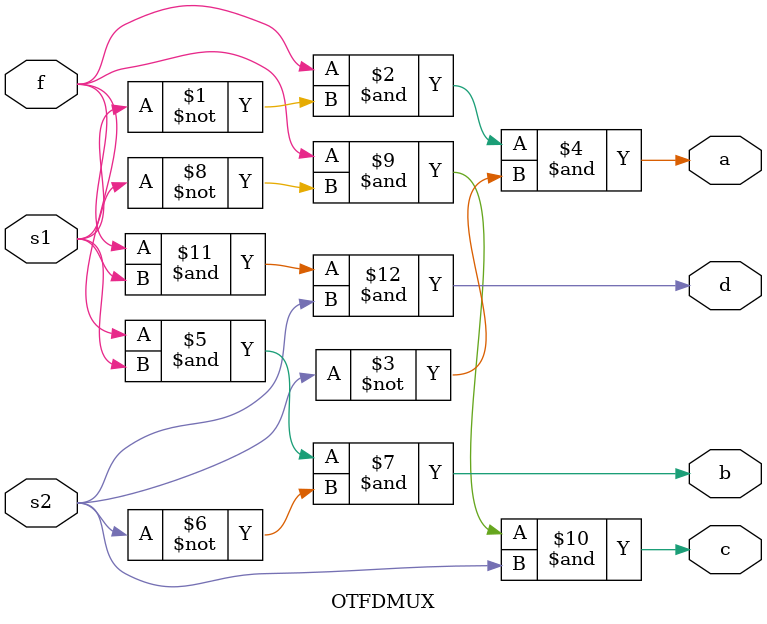
<source format=v>
`timescale 1ns / 1ps

module OTFDMUX(
    input f, s1, s2,
    output a, b, c, d
    );
    
    assign a = f & ~s1 & ~s2;
    assign b = f & s1 & ~s2;
    assign c = f & ~s1 & s2;
    assign d = f & s1 & s2;
    
endmodule

</source>
